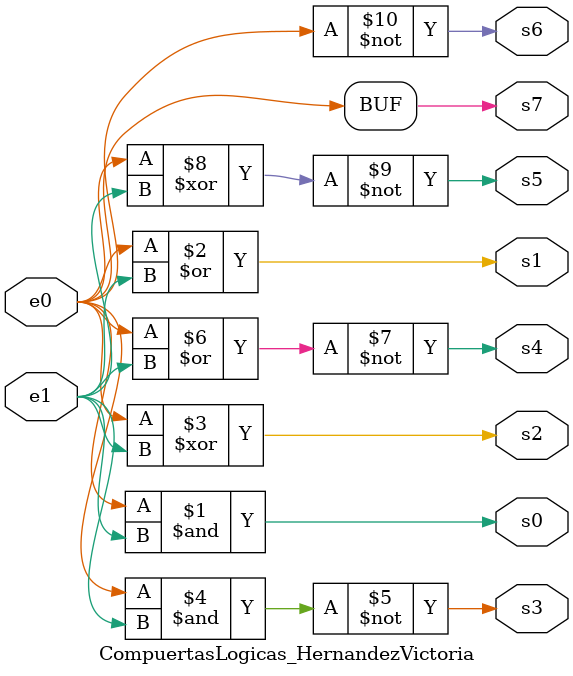
<source format=v>

module CompuertasLogicas_HernandezVictoria
(
    input e0,
    input e1,
    output s0,
    output s1,
    output s2,
    output s3,
    output s4,
    output s5,
    output s6,
    output s7
);

//Declaracion de seniales
//NA

//Cuerpo Modulo

//AND
assign s0 = e0 & e1;
//OR
assign s1 = e0 | e1;
//XOR
assign s2 = e0 ^ e1;
//NAND
assign s3 = ~(e0 & e1);
//NOR
assign s4 = ~(e0 | e1);
//XNOR
assign s5 = ~(e0 ^ e1);
//NOT
assign s6 = ~e0;
//YES
assign s7 = e0;


endmodule

</source>
